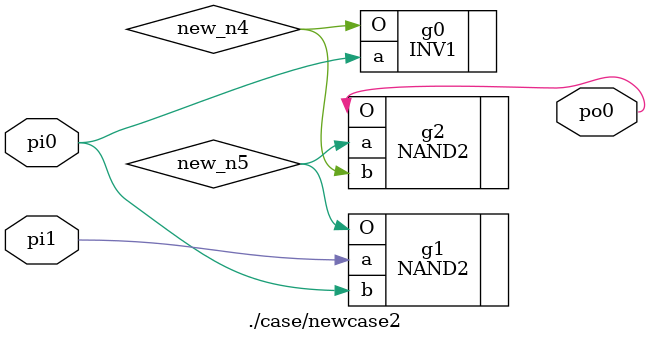
<source format=v>

module \./case/newcase2  ( 
    pi0, pi1,
    po0  );
  input  pi0, pi1;
  output po0;
  wire new_n4, new_n5;
  INV1  g0(.a(pi0), .O(new_n4));
  NAND2 g1(.a(pi1), .b(pi0), .O(new_n5));
  NAND2 g2(.a(new_n5), .b(new_n4), .O(po0));
endmodule



</source>
